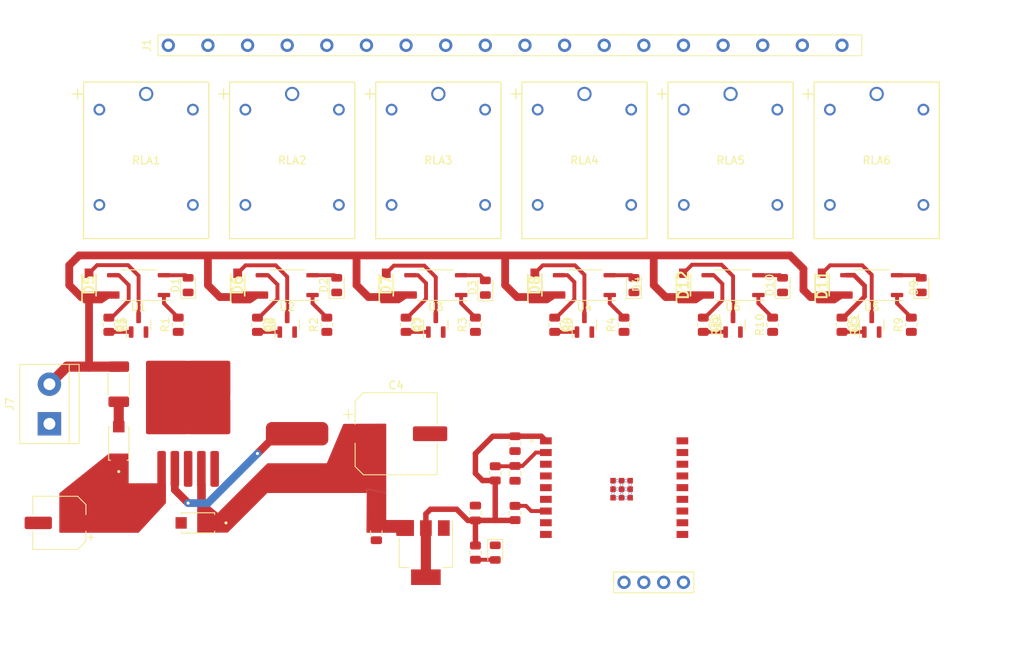
<source format=kicad_pcb>
(kicad_pcb (version 20221018) (generator pcbnew)
  (layers (0 "F.Cu" signal) (31 "B.Cu" signal) (34 "B.Paste" user) (35 "F.Paste" user) (36 "B.SilkS" user "B.Silkscreen") (37 "F.SilkS" user "F.Silkscreen") (38 "B.Mask" user) (39 "F.Mask" user) (44 "Edge.Cuts" user))
  (net 0 "")
  (net 1 "+5V")
  (net 2 "GND")
  (net 3 "Net-(D13-K)")
  (net 4 "+3V3")
  (net 5 "EN")
  (net 6 "Net-(D1-A)")
  (net 7 "Net-(D2-A)")
  (net 8 "Net-(D3-A)")
  (net 9 "Net-(D4-A)")
  (net 10 "+24V")
  (net 11 "Net-(D5-A)")
  (net 12 "Net-(D6-A)")
  (net 13 "Net-(D7-A)")
  (net 14 "Net-(D8-A)")
  (net 15 "Net-(D9-A)")
  (net 16 "Net-(D10-A)")
  (net 17 "Net-(D11-A)")
  (net 18 "Net-(D12-A)")
  (net 19 "Net-(D13-A)")
  (net 20 "Net-(D14-A)")
  (net 21 "TX")
  (net 22 "RX")
  (net 23 "IO9")
  (net 24 "Net-(U8-OUT)")
  (net 25 "Net-(Q1-B)")
  (net 26 "Net-(Q2-B)")
  (net 27 "Net-(Q3-B)")
  (net 28 "Net-(Q4-B)")
  (net 29 "Net-(Q5-B)")
  (net 30 "Net-(Q6-B)")
  (net 31 "RLY01")
  (net 32 "Net-(R1-Pad2)")
  (net 33 "RLY02")
  (net 34 "Net-(R2-Pad2)")
  (net 35 "RLY03")
  (net 36 "Net-(R3-Pad2)")
  (net 37 "RLY04")
  (net 38 "Net-(R4-Pad2)")
  (net 39 "Net-(R5-Pad1)")
  (net 40 "Net-(R6-Pad1)")
  (net 41 "Net-(R7-Pad1)")
  (net 42 "Net-(R8-Pad1)")
  (net 43 "Net-(R9-Pad2)")
  (net 44 "Net-(R10-Pad2)")
  (net 45 "Net-(R11-Pad1)")
  (net 46 "Net-(R12-Pad1)")
  (net 47 "IO8")
  (net 48 "RLY06")
  (net 49 "RLY05")
  (net 57 "NO1")
  (net 58 "COM1")
  (net 59 "NC1")
  (net 60 "NO2")
  (net 61 "COM2")
  (net 62 "NC2")
  (net 63 "NO3")
  (net 64 "COM3")
  (net 65 "NC3")
  (net 66 "NO4")
  (net 67 "COM4")
  (net 68 "NC4")
  (net 69 "NO5")
  (net 70 "COM5")
  (net 71 "NC5")
  (net 72 "NO6")
  (net 73 "COM6")
  (net 74 "NC6")
  (footprint "1n5819W:SODFL3618X110N" (layer "F.Cu") (at 184.15 114.3 90)
    (fp_text reference "D11")
    (fp_text value "1N5819W" hide)
  )
  (footprint "LED_SMD:LED_0805_2012Metric" (layer "F.Cu") (at 196.85 114.3 90)
    (fp_text reference "D9")
    (fp_text value "LED")
  )
  (footprint "LED_SMD:LED_0805_2012Metric" (layer "F.Cu") (at 142.24 148.59 -90)
    (fp_text reference "D14" hide)
    (fp_text value "LED")
  )
  (footprint "Capacitor_SMD:CP_Elec_6.3x7.7" (layer "F.Cu") (at 86.36 144.78 180)
    (fp_text reference "C2" hide)
    (fp_text value "C_Polarized_Small" hide)
  )
  (footprint "Resistor_SMD:R_0805_2012Metric" (layer "F.Cu") (at 139.7 119.38 90)
    (fp_text reference "R3")
    (fp_text value "220r")
  )
  (footprint "Resistor_SMD:R_0805_2012Metric" (layer "F.Cu") (at 177.8 119.38 90)
    (fp_text reference "R10")
    (fp_text value "220r")
  )
  (footprint "Package_TO_SOT_SMD:TO-263-5_TabPin3" (layer "F.Cu") (at 102.87 130.205 90)
    (fp_text reference "U8" hide)
    (fp_text value "LM2576HVS-5")
  )
  (footprint "Package_TO_SOT_SMD:SOT-23" (layer "F.Cu") (at 115.57 119.38 90)
    (fp_text reference "Q2")
    (fp_text value "BC817")
  )
  (footprint "Resistor_SMD:R_0805_2012Metric" (layer "F.Cu") (at 139.7 148.59 -90)
    (fp_text reference "R13" hide)
    (fp_text value "R")
  )
  (footprint "Connector_PinSocket_2.54mm:PinSocket_1x18_P2.54mm_Vertical" (layer "F.Cu") (at 100.33 83.55445 90)
    (fp_text reference "J1")
    (fp_text value "Screw_Terminal_01x18" hide)
  )
  (footprint "G5LA_OMRON:RELAY_G5LA_OMR" (layer "F.Cu") (at 134.948 89.79535)
    (fp_text reference "RLA3")
    (fp_text value "G5LA-1 DC12" hide)
  )
  (footprint "Resistor_SMD:R_0805_2012Metric" (layer "F.Cu") (at 144.78 143.51 90)
    (fp_text reference "R14" hide)
    (fp_text value "10k")
  )
  (footprint "1n5819W:SODFL3618X110N" (layer "F.Cu") (at 90.17 114.3 90)
    (fp_text reference "D5")
    (fp_text value "1N5819W" hide)
  )
  (footprint "LED_SMD:LED_0805_2012Metric" (layer "F.Cu") (at 121.92 114.3 90)
    (fp_text reference "D2")
    (fp_text value "LED")
  )
  (footprint "Resistor_SMD:R_0805_2012Metric" (layer "F.Cu") (at 120.65 119.38 90)
    (fp_text reference "R2")
    (fp_text value "220r")
  )
  (footprint "Package_SO:SOIC-4_4.55x3.7mm_P2.54mm" (layer "F.Cu") (at 190.5 114.3 180)
    (fp_text reference "U5")
    (fp_text value "TLP185")
  )
  (footprint "Package_TO_SOT_SMD:SOT-23" (layer "F.Cu") (at 134.62 119.38 90)
    (fp_text reference "Q3")
    (fp_text value "BC817")
  )
  (footprint "Fuse:Fuse_2010_5025Metric" (layer "F.Cu") (at 93.98 127 -90)
    (fp_text reference "F1" hide)
    (fp_text value "Fuse")
  )
  (footprint "G5LA_OMRON:RELAY_G5LA_OMR" (layer "F.Cu") (at 153.6772 89.79535)
    (fp_text reference "RLA4")
    (fp_text value "G5LA-1 DC12" hide)
  )
  (footprint "Package_SO:SOIC-4_4.55x3.7mm_P2.54mm" (layer "F.Cu") (at 134.62 114.3 180)
    (fp_text reference "U3")
    (fp_text value "TLP185")
  )
  (footprint "Resistor_SMD:R_0805_2012Metric" (layer "F.Cu") (at 92.71 119.38 -90)
    (fp_text reference "R5")
    (fp_text value "1k")
  )
  (footprint "Package_SO:SOIC-4_4.55x3.7mm_P2.54mm" (layer "F.Cu") (at 96.52 114.3 180)
    (fp_text reference "U1")
    (fp_text value "TLP185")
  )
  (footprint "Resistor_SMD:R_0805_2012Metric" (layer "F.Cu") (at 168.91 119.38 -90)
    (fp_text reference "R12")
    (fp_text value "1k")
  )
  (footprint "Resistor_SMD:R_0805_2012Metric" (layer "F.Cu") (at 142.24 138.43 90)
    (fp_text reference "R17" hide)
    (fp_text value "10K")
  )
  (footprint "Capacitor_SMD:C_0805_2012Metric" (layer "F.Cu") (at 144.78 134.62 -90)
    (fp_text reference "C6" hide)
    (fp_text value "C")
  )
  (footprint "LED_SMD:LED_0805_2012Metric" (layer "F.Cu") (at 140.97 114.6325 90)
    (fp_text reference "D3")
    (fp_text value "LED")
  )
  (footprint "Capacitor_SMD:C_0805_2012Metric" (layer "F.Cu") (at 144.78 138.43 -90)
    (fp_text reference "C5" hide)
    (fp_text value "1uF")
  )
  (footprint "LED_SMD:LED_0805_2012Metric" (layer "F.Cu") (at 102.87 114.3 90)
    (fp_text reference "D1")
    (fp_text value "LED")
  )
  (footprint "G5LA_OMRON:RELAY_G5LA_OMR" (layer "F.Cu") (at 97.4896 89.79535)
    (fp_text reference "RLA1")
    (fp_text value "G5LA-1 DC12" hide)
  )
  (footprint "Connector_PinSocket_2.54mm:PinSocket_1x04_P2.54mm_Vertical" (layer "F.Cu") (at 158.75 152.4 90)
    (fp_text reference "J8" hide)
    (fp_text value "Conn_01x04_Male" hide)
  )
  (footprint "Resistor_SMD:R_0805_2012Metric" (layer "F.Cu") (at 149.86 119.38 -90)
    (fp_text reference "R8")
    (fp_text value "1k")
  )
  (footprint "Package_TO_SOT_SMD:SOT-23" (layer "F.Cu") (at 190.5 119.38 90)
    (fp_text reference "Q5")
    (fp_text value "BC817")
  )
  (footprint "1n5819W:SODFL3618X110N" (layer "F.Cu") (at 109.22 114.3 90)
    (fp_text reference "D6")
    (fp_text value "1N5819W" hide)
  )
  (footprint "Resistor_SMD:R_0805_2012Metric" (layer "F.Cu") (at 111.76 119.38 -90)
    (fp_text reference "R6")
    (fp_text value "1k")
  )
  (footprint "Capacitor_SMD:C_0805_2012Metric" (layer "F.Cu") (at 139.7 143.51 90)
    (fp_text reference "C3" hide)
    (fp_text value "C")
  )
  (footprint "Package_SO:SOIC-4_4.55x3.7mm_P2.54mm" (layer "F.Cu") (at 153.67 114.3 180)
    (fp_text reference "U4")
    (fp_text value "TLP185")
  )
  (footprint "1n5819W:SODFL3618X110N" (layer "F.Cu") (at 166.37 114.3 90)
    (fp_text reference "D12")
    (fp_text value "1N5819W" hide)
  )
  (footprint "1n5819W:SODFL3618X110N" (layer "F.Cu") (at 128.27 114.3 90)
    (fp_text reference "D7")
    (fp_text value "1N5819W" hide)
  )
  (footprint "Package_TO_SOT_SMD:SOT-23" (layer "F.Cu") (at 172.72 119.38 90)
    (fp_text reference "Q6")
    (fp_text value "BC817")
  )
  (footprint "ESP32_C3:MODULE_ESP32-C3-WROOM-02-H4" (layer "F.Cu") (at 157.48 137.16)
    (fp_text reference "U9" hide)
    (fp_text value "ESP32-C3-WROOM-02-N4")
  )
  (footprint "SS310:SODFL5226X100N" (layer "F.Cu") (at 104.14 144.78 180)
    (fp_text reference "D15" hide)
    (fp_text value "1N5819WS" hide)
  )
  (footprint "Package_TO_SOT_SMD:SOT-23" (layer "F.Cu") (at 153.67 119.38 90)
    (fp_text reference "Q4")
    (fp_text value "BC817")
  )
  (footprint "Resistor_SMD:R_0805_2012Metric" (layer "F.Cu") (at 195.58 119.38 90)
    (fp_text reference "R9")
    (fp_text value "220r")
  )
  (footprint "L:100uH" (layer "F.Cu") (at 116.84 135.89 -90)
    (fp_text reference "L1" hide)
    (fp_text value "L")
  )
  (footprint "SS310:SODFL5226X100N" (layer "F.Cu") (at 93.98 134.62 90)
    (fp_text reference "D13" hide)
    (fp_text value "1N5819WS" hide)
  )
  (footprint "1n5819W:SODFL3618X110N" (layer "F.Cu") (at 147.32 114.3 90)
    (fp_text reference "D8")
    (fp_text value "1N5819W" hide)
  )
  (footprint "Package_TO_SOT_SMD:SOT-23" (layer "F.Cu") (at 96.52 119.38 90)
    (fp_text reference "Q1")
    (fp_text value "BC817")
  )
  (footprint "Resistor_SMD:R_0805_2012Metric" (layer "F.Cu") (at 130.81 119.38 -90)
    (fp_text reference "R7")
    (fp_text value "1k")
  )
  (footprint "Package_SO:SOIC-4_4.55x3.7mm_P2.54mm" (layer "F.Cu") (at 115.57 114.3 180)
    (fp_text reference "U2")
    (fp_text value "TLP185")
  )
  (footprint "Capacitor_SMD:C_0805_2012Metric" (layer "F.Cu") (at 127 146.05 -90)
    (fp_text reference "C1" hide)
    (fp_text value "C")
  )
  (footprint "TerminalBlock:TerminalBlock_bornier-2_P5.08mm" (layer "F.Cu") (at 85.09 132.08 90)
    (fp_text reference "J7")
    (fp_text value "Screw_Terminal_01x02" hide)
  )
  (footprint "LED_SMD:LED_0805_2012Metric" (layer "F.Cu") (at 179.07 114.3 90)
    (fp_text reference "D10")
    (fp_text value "LED")
  )
  (footprint "LED_SMD:LED_0805_2012Metric" (layer "F.Cu") (at 160.02 114.3 90)
    (fp_text reference "D4")
    (fp_text value "LED")
  )
  (footprint "G5LA_OMRON:RELAY_G5LA_OMR" (layer "F.Cu") (at 116.205 89.79535)
    (fp_text reference "RLA2")
    (fp_text value "G5LA-1 DC12" hide)
  )
  (footprint "Resistor_SMD:R_0805_2012Metric" (layer "F.Cu") (at 158.75 119.38 90)
    (fp_text reference "R4")
    (fp_text value "220r")
  )
  (footprint "Package_SO:SOIC-4_4.55x3.7mm_P2.54mm" (layer "F.Cu") (at 172.72 114.3 180)
    (fp_text reference "U6")
    (fp_text value "TLP185")
  )
  (footprint "G5LA_OMRON:RELAY_G5LA_OMR" (layer "F.Cu") (at 191.1356 89.79535)
    (fp_text reference "RLA6")
    (fp_text value "G5LA-1 DC12" hide)
  )
  (footprint "Package_TO_SOT_SMD:SOT-223-3_TabPin2" (layer "F.Cu") (at 133.35 148.59 -90)
    (fp_text reference "U7" hide)
    (fp_text value "AMS1117-3.3")
  )
  (footprint "G5LA_OMRON:RELAY_G5LA_OMR" (layer "F.Cu") (at 172.4064 89.79535)
    (fp_text reference "RLA5")
    (fp_text value "G5LA-1 DC12" hide)
  )
  (footprint "Capacitor_SMD:CP_Elec_10x12.6" (layer "F.Cu") (at 129.54 133.35)
    (fp_text reference "C4")
    (fp_text value "C_Polarized_Small")
  )
  (footprint "Resistor_SMD:R_0805_2012Metric" (layer "F.Cu") (at 101.6 119.38 90)
    (fp_text reference "R1")
    (fp_text value "220r")
  )
  (footprint "Resistor_SMD:R_0805_2012Metric" (layer "F.Cu") (at 186.69 119.38 -90)
    (fp_text reference "R11")
    (fp_text value "1k")
  )
  (segment (start 104.57 137.855) (end 104.57 143.045) (width 1) (layer "F.Cu") (net 1))
  (segment (start 112.07 139.39) (end 116.84 139.39) (width 1) (layer "F.Cu") (net 1))
  (segment (start 106.305 144.78) (end 106.68 144.78) (width 1) (layer "F.Cu") (net 1))
  (segment (start 104.57 143.045) (end 106.305 144.78) (width 1) (layer "F.Cu") (net 1))
  (segment (start 106.68 144.78) (end 112.07 139.39) (width 1) (layer "F.Cu") (net 1))
  (segment (start 93.98 137.16) (end 89.044331 142.095669) (width 1.3) (layer "F.Cu") (net 3))
  (segment (start 89.06 144.78) (end 96.52 144.78) (width 1.3) (layer "F.Cu") (net 3))
  (segment (start 99.47 137.855) (end 99.47 141.83) (width 1) (layer "F.Cu") (net 3))
  (segment (start 93.98 136.785) (end 93.98 137.16) (width 1.3) (layer "F.Cu") (net 3))
  (segment (start 96.52 144.78) (end 99.06 142.24) (width 1.3) (layer "F.Cu") (net 3))
  (segment (start 99.47 141.83) (end 99.06 142.24) (width 1) (layer "F.Cu") (net 3))
  (segment (start 89.044331 144.764331) (end 89.06 144.78) (width 1.3) (layer "F.Cu") (net 3))
  (segment (start 89.044331 142.095669) (end 89.044331 144.764331) (width 1.3) (layer "F.Cu") (net 3))
  (segment (start 133.35 151.74) (end 133.35 145.44) (width 1.3) (layer "F.Cu") (net 4))
  (segment (start 140.614544 139.344544) (end 139.7 138.43) (width 0.7) (layer "F.Cu") (net 4))
  (segment (start 138.726115 144.46) (end 137.294775 143.02866) (width 0.7) (layer "F.Cu") (net 4))
  (segment (start 144.78 133.67) (end 148.14 133.67) (width 0.7) (layer "F.Cu") (net 4))
  (segment (start 142.24 144.46) (end 142.24 139.3425) (width 0.7) (layer "F.Cu") (net 4))
  (segment (start 142.237956 139.344544) (end 140.614544 139.344544) (width 0.7) (layer "F.Cu") (net 4))
  (segment (start 133.944652 143.02866) (end 133.35 143.623312) (width 0.7) (layer "F.Cu") (net 4))
  (segment (start 139.7 138.43) (end 139.7 135.89) (width 0.7) (layer "F.Cu") (net 4))
  (segment (start 144.7425 144.46) (end 144.78 144.4225) (width 0.7) (layer "F.Cu") (net 4))
  (segment (start 139.7 144.46) (end 139.7 144.4225) (width 0.7) (layer "F.Cu") (net 4))
  (segment (start 139.7 144.46) (end 144.7425 144.46) (width 0.7) (layer "F.Cu") (net 4))
  (segment (start 141.92 133.67) (end 144.78 133.67) (width 0.7) (layer "F.Cu") (net 4))
  (segment (start 139.7 144.46) (end 138.726115 144.46) (width 0.7) (layer "F.Cu") (net 4))
  (segment (start 139.7 144.46) (end 139.7 147.6775) (width 0.7) (layer "F.Cu") (net 4))
  (segment (start 148.14 133.67) (end 148.73 134.26) (width 0.7) (layer "F.Cu") (net 4))
  (segment (start 137.294775 143.02866) (end 133.944652 143.02866) (width 0.7) (layer "F.Cu") (net 4))
  (segment (start 139.7 135.89) (end 141.92 133.67) (width 0.7) (layer "F.Cu") (net 4))
  (segment (start 142.24 139.3425) (end 142.237956 139.344544) (width 0.7) (layer "F.Cu") (net 4))
  (segment (start 133.35 143.623312) (end 133.35 145.44) (width 0.7) (layer "F.Cu") (net 4))
  (segment (start 147.45 135.76) (end 145.73 137.48) (width 0.5) (layer "F.Cu") (net 5))
  (segment (start 142.24 137.5175) (end 144.7425 137.5175) (width 0.5) (layer "F.Cu") (net 5))
  (segment (start 145.73 137.48) (end 144.78 137.48) (width 0.5) (layer "F.Cu") (net 5))
  (segment (start 144.7425 137.5175) (end 144.78 137.48) (width 0.5) (layer "F.Cu") (net 5))
  (segment (start 148.73 135.76) (end 147.45 135.76) (width 0.5) (layer "F.Cu") (net 5))
  (segment (start 102.5375 113.03) (end 102.87 113.3625) (width 0.5) (layer "F.Cu") (net 6))
  (segment (start 99.77 113.03) (end 102.5375 113.03) (width 0.5) (layer "F.Cu") (net 6))
  (segment (start 118.82 113.03) (end 121.5875 113.03) (width 0.5) (layer "F.Cu") (net 7))
  (segment (start 121.5875 113.03) (end 121.92 113.3625) (width 0.5) (layer "F.Cu") (net 7))
  (segment (start 137.87 113.03) (end 140.305 113.03) (width 0.5) (layer "F.Cu") (net 8))
  (segment (start 140.305 113.03) (end 140.97 113.695) (width 0.5) (layer "F.Cu") (net 8))
  (segment (start 159.6875 113.03) (end 160.02 113.3625) (width 0.5) (layer "F.Cu") (net 9))
  (segment (start 156.92 113.03) (end 159.6875 113.03) (width 0.5) (layer "F.Cu") (net 9))
  (segment (start 164.085 115.825) (end 166.37 115.825) (width 1) (layer "F.Cu") (net 10))
  (segment (start 162.56 114.3) (end 164.085 115.825) (width 1) (layer "F.Cu") (net 10))
  (segment (start 182.661815 115.825) (end 184.15 115.825) (width 1) (layer "F.Cu") (net 10))
  (segment (start 145.035 115.825) (end 147.32 115.825) (width 1) (layer "F.Cu") (net 10))
  (segment (start 181.753665 114.91685) (end 182.661815 115.825) (width 1) (layer "F.Cu") (net 10))
  (segment (start 90.17 115.825) (end 90.17 124.746665) (width 1) (layer "F.Cu") (net 10))
  (segment (start 143.51 110.49) (end 162.56 110.49) (width 1) (layer "F.Cu") (net 10))
  (segment (start 143.51 114.3) (end 145.035 115.825) (width 1) (layer "F.Cu") (net 10))
  (segment (start 124.46 114.3) (end 125.985 115.825) (width 1) (layer "F.Cu") (net 10))
  (segment (start 181.753665 112.221349) (end 181.753665 114.91685) (width 1) (layer "F.Cu") (net 10))
  (segment (start 162.56 110.49) (end 180.022316 110.49) (width 1) (layer "F.Cu") (net 10))
  (segment (start 105.41 110.49) (end 124.46 110.49) (width 1) (layer "F.Cu") (net 10))
  (segment (start 106.935 115.825) (end 109.22 115.825) (width 1) (layer "F.Cu") (net 10))
  (segment (start 125.985 115.825) (end 128.27 115.825) (width 1) (layer "F.Cu") (net 10))
  (segment (start 143.51 110.49) (end 143.51 114.3) (width 1) (layer "F.Cu") (net 10))
  (segment (start 87.343335 124.746665) (end 90.17 124.746665) (width 1.3) (layer "F.Cu") (net 10))
  (segment (start 88.9 110.49) (end 105.41 110.49) (width 1) (layer "F.Cu") (net 10))
  (segment (start 125.73 110.49) (end 143.51 110.49) (width 1) (layer "F.Cu") (net 10))
  (segment (start 90.17 115.825) (end 89.155 115.825) (width 1) (layer "F.Cu") (net 10))
  (segment (start 180.022316 110.49) (end 181.753665 112.221349) (width 1) (layer "F.Cu") (net 10))
  (segment (start 87.63 111.76) (end 88.9 110.49) (width 1) (layer "F.Cu") (net 10))
  (segment (start 93.976665 124.746665) (end 93.98 124.75) (width 1) (layer "F.Cu") (net 10))
  (segment (start 87.63 114.3) (end 87.63 111.76) (width 1) (layer "F.Cu") (net 10))
  (segment (start 162.56 110.49) (end 162.56 114.3) (width 1) (layer "F.Cu") (net 10))
  (segment (start 124.46 110.49) (end 125.73 110.49) (width 1) (layer "F.Cu") (net 10))
  (segment (start 85.09 127) (end 87.343335 124.746665) (width 1.3) (layer "F.Cu") (net 10))
  (segment (start 105.41 114.3) (end 106.935 115.825) (width 1) (layer "F.Cu") (net 10))
  (segment (start 105.41 110.49) (end 105.41 114.3) (width 1) (layer "F.Cu") (net 10))
  (segment (start 124.46 110.49) (end 124.46 114.3) (width 1) (layer "F.Cu") (net 10))
  (segment (start 89.155 115.825) (end 87.63 114.3) (width 1) (layer "F.Cu") (net 10))
  (segment (start 90.17 124.746665) (end 93.976665 124.746665) (width 1.3) (layer "F.Cu") (net 10))
  (segment (start 96.52 118.4425) (end 96.52 113.091948) (width 0.5) (layer "F.Cu") (net 11))
  (segment (start 91.204254 111.740746) (end 90.17 112.775) (width 0.5) (layer "F.Cu") (net 11))
  (segment (start 95.168798 111.740746) (end 91.204254 111.740746) (width 0.5) (layer "F.Cu") (net 11))
  (segment (start 96.52 113.091948) (end 95.168798 111.740746) (width 0.5) (layer "F.Cu") (net 11))
  (segment (start 114.098574 111.76) (end 110.235 111.76) (width 0.5) (layer "F.Cu") (net 12))
  (segment (start 110.235 111.76) (end 109.22 112.775) (width 0.5) (layer "F.Cu") (net 12))
  (segment (start 115.57 118.4425) (end 115.57 113.231426) (width 0.5) (layer "F.Cu") (net 12))
  (segment (start 115.57 113.231426) (end 114.098574 111.76) (width 0.5) (layer "F.Cu") (net 12))
  (segment (start 129.243888 111.801112) (end 128.27 112.775) (width 0.5) (layer "F.Cu") (net 13))
  (segment (start 134.62 118.4425) (end 134.620824 118.441676) (width 0.5) (layer "F.Cu") (net 13))
  (segment (start 133.149398 111.801112) (end 129.243888 111.801112) (width 0.5) (layer "F.Cu") (net 13))
  (segment (start 134.620824 118.441676) (end 134.620824 113.272538) (width 0.5) (layer "F.Cu") (net 13))
  (segment (start 134.620824 113.272538) (end 133.149398 111.801112) (width 0.5) (layer "F.Cu") (net 13))
  (segment (start 153.67 112.976426) (end 152.453574 111.76) (width 0.5) (layer "F.Cu") (net 14))
  (segment (start 153.67 118.4425) (end 153.67 112.976426) (width 0.5) (layer "F.Cu") (net 14))
  (segment (start 148.335 111.76) (end 147.32 112.775) (width 0.5) (layer "F.Cu") (net 14))
  (segment (start 152.453574 111.76) (end 148.335 111.76) (width 0.5) (layer "F.Cu") (net 14))
  (segment (start 193.75 113.03) (end 196.5175 113.03) (width 0.5) (layer "F.Cu") (net 15))
  (segment (start 196.5175 113.03) (end 196.85 113.3625) (width 0.5) (layer "F.Cu") (net 15))
  (segment (start 175.97 113.03) (end 178.7375 113.03) (width 0.5) (layer "F.Cu") (net 16))
  (segment (start 178.7375 113.03) (end 179.07 113.3625) (width 0.5) (layer "F.Cu") (net 16))
  (segment (start 190.5 118.4425) (end 190.5 112.976426) (width 0.5) (layer "F.Cu") (net 17))
  (segment (start 189.283574 111.76) (end 185.165 111.76) (width 0.5) (layer "F.Cu") (net 17))
  (segment (start 190.5 112.976426) (end 189.283574 111.76) (width 0.5) (layer "F.Cu") (net 17))
  (segment (start 185.165 111.76) (end 184.15 112.775) (width 0.5) (layer "F.Cu") (net 17))
  (segment (start 171.255882 111.687062) (end 167.457938 111.687062) (width 0.5) (layer "F.Cu") (net 18))
  (segment (start 172.727308 113.158488) (end 171.255882 111.687062) (width 0.5) (layer "F.Cu") (net 18))
  (segment (start 172.72 118.4425) (end 172.727308 118.435192) (width 0.5) (layer "F.Cu") (net 18))
  (segment (start 167.457938 111.687062) (end 166.37 112.775) (width 0.5) (layer "F.Cu") (net 18))
  (segment (start 172.727308 118.435192) (end 172.727308 113.158488) (width 0.5) (layer "F.Cu") (net 18))
  (segment (start 93.98 129.25) (end 93.98 132.455) (width 1.3) (layer "F.Cu") (net 19))
  (segment (start 139.7 149.5025) (end 142.215 149.5025) (width 0.5) (layer "F.Cu") (net 20))
  (segment (start 142.215 149.5025) (end 142.24 149.5275) (width 0.5) (layer "F.Cu") (net 20))
  (segment (start 114.3 133.35) (end 111.76 135.89) (width 1) (layer "F.Cu") (net 24))
  (segment (start 116.84 133.35) (end 114.3 133.35) (width 1) (layer "F.Cu") (net 24))
  (segment (start 101.17 140.54) (end 101.17 137.855) (width 1) (layer "F.Cu") (net 24))
  (segment (start 102.87 142.24) (end 101.17 140.54) (width 1) (layer "F.Cu") (net 24))
  (via (at 102.87 142.24) (size 0.8) (drill 0.4) (layers "F.Cu" "B.Cu") (net 24))
  (via (at 111.76 135.89) (size 0.8) (drill 0.4) (layers "F.Cu" "B.Cu") (net 24))
  (segment (start 105.41 142.24) (end 102.87 142.24) (width 1) (layer "B.Cu") (net 24))
  (segment (start 111.76 135.89) (end 105.41 142.24) (width 1) (layer "B.Cu") (net 24))
  (segment (start 92.71 120.2925) (end 95.545 120.2925) (width 0.5) (layer "F.Cu") (net 25))
  (segment (start 95.545 120.2925) (end 95.57 120.3175) (width 0.5) (layer "F.Cu") (net 25))
  (segment (start 114.595 120.2925) (end 114.62 120.3175) (width 0.5) (layer "F.Cu") (net 26))
  (segment (start 111.76 120.2925) (end 114.595 120.2925) (width 0.5) (layer "F.Cu") (net 26))
  (segment (start 130.81 120.2925) (end 133.645 120.2925) (width 0.5) (layer "F.Cu") (net 27))
  (segment (start 133.645 120.2925) (end 133.67 120.3175) (width 0.5) (layer "F.Cu") (net 27))
  (segment (start 149.86 120.2925) (end 152.695 120.2925) (width 0.5) (layer "F.Cu") (net 28))
  (segment (start 152.695 120.2925) (end 152.72 120.3175) (width 0.5) (layer "F.Cu") (net 28))
  (segment (start 186.69 120.2925) (end 189.525 120.2925) (width 0.5) (layer "F.Cu") (net 29))
  (segment (start 189.525 120.2925) (end 189.55 120.3175) (width 0.5) (layer "F.Cu") (net 29))
  (segment (start 168.91 120.2925) (end 171.745 120.2925) (width 0.5) (layer "F.Cu") (net 30))
  (segment (start 171.745 120.2925) (end 171.77 120.3175) (width 0.5) (layer "F.Cu") (net 30))
  (segment (start 99.77 116.6375) (end 101.6 118.4675) (width 0.5) (layer "F.Cu") (net 32))
  (segment (start 99.77 115.57) (end 99.77 116.6375) (width 0.5) (layer "F.Cu") (net 32))
  (segment (start 118.82 116.6375) (end 120.65 118.4675) (width 0.5) (layer "F.Cu") (net 34))
  (segment (start 118.82 115.57) (end 118.82 116.6375) (width 0.5) (layer "F.Cu") (net 34))
  (segment (start 137.87 115.57) (end 137.87 116.6375) (width 0.5) (layer "F.Cu") (net 36))
  (segment (start 137.87 116.6375) (end 139.7 118.4675) (width 0.5) (layer "F.Cu") (net 36))
  (segment (start 156.92 115.57) (end 156.92 116.6375) (width 0.5) (layer "F.Cu") (net 38))
  (segment (start 156.92 116.6375) (end 158.75 118.4675) (width 0.5) (layer "F.Cu") (net 38))
  (segment (start 92.71 118.4675) (end 93.074508 118.4675) (width 0.5) (layer "F.Cu") (net 39))
  (segment (start 93.995176 113.03) (end 93.27 113.03) (width 0.5) (layer "F.Cu") (net 39))
  (segment (start 95.25 114.284824) (end 93.995176 113.03) (width 0.5) (layer "F.Cu") (net 39))
  (segment (start 93.074508 118.4675) (end 95.25 116.292008) (width 0.5) (layer "F.Cu") (net 39))
  (segment (start 95.25 116.292008) (end 95.25 114.284824) (width 0.5) (layer "F.Cu") (net 39))
  (segment (start 114.319253 116.098737) (end 114.319253 114.221513) (width 0.5) (layer "F.Cu") (net 40))
  (segment (start 114.319253 114.221513) (end 113.12774 113.03) (width 0.5) (layer "F.Cu") (net 40))
  (segment (start 113.12774 113.03) (end 112.32 113.03) (width 0.5) (layer "F.Cu") (net 40))
  (segment (start 111.95049 118.4675) (end 114.319253 116.098737) (width 0.5) (layer "F.Cu") (net 40))
  (segment (start 111.76 118.4675) (end 111.95049 118.4675) (width 0.5) (layer "F.Cu") (net 40))
  (segment (start 130.81 118.4675) (end 130.959378 118.4675) (width 0.5) (layer "F.Cu") (net 41))
  (segment (start 130.959378 118.4675) (end 133.366648 116.06023) (width 0.5) (layer "F.Cu") (net 41))
  (segment (start 133.366648 116.06023) (end 133.366648 114.053516) (width 0.5) (layer "F.Cu") (net 41))
  (segment (start 132.343132 113.03) (end 131.37 113.03) (width 0.5) (layer "F.Cu") (net 41))
  (segment (start 133.366648 114.053516) (end 132.343132 113.03) (width 0.5) (layer "F.Cu") (net 41))
  (segment (start 152.380746 113.904565) (end 151.506181 113.03) (width 0.5) (layer "F.Cu") (net 42))
  (segment (start 149.86 118.4675) (end 150.051226 118.4675) (width 0.5) (layer "F.Cu") (net 42))
  (segment (start 152.380746 116.13798) (end 152.380746 113.904565) (width 0.5) (layer "F.Cu") (net 42))
  (segment (start 150.051226 118.4675) (end 152.380746 116.13798) (width 0.5) (layer "F.Cu") (net 42))
  (segment (start 151.506181 113.03) (end 150.42 113.03) (width 0.5) (layer "F.Cu") (net 42))
  (segment (start 193.75 116.6375) (end 195.58 118.4675) (width 0.5) (layer "F.Cu") (net 43))
  (segment (start 193.75 115.57) (end 193.75 116.6375) (width 0.5) (layer "F.Cu") (net 43))
  (segment (start 175.97 116.6375) (end 177.8 118.4675) (width 0.5) (layer "F.Cu") (net 44))
  (segment (start 175.97 115.57) (end 175.97 116.6375) (width 0.5) (layer "F.Cu") (net 44))
  (segment (start 186.88771 118.4675) (end 189.585454 115.769756) (width 0.6) (layer "F.Cu") (net 45))
  (segment (start 189.585454 115.769756) (end 189.585454 114.375454) (width 0.6) (layer "F.Cu") (net 45))
  (segment (start 189.585454 114.375454) (end 188.24 113.03) (width 0.6) (layer "F.Cu") (net 45))
  (segment (start 188.24 113.03) (end 187.25 113.03) (width 0.6) (layer "F.Cu") (net 45))
  (segment (start 186.69 118.4675) (end 186.88771 118.4675) (width 0.6) (layer "F.Cu") (net 45))
  (segment (start 171.351127 114.131134) (end 170.249993 113.03) (width 0.5) (layer "F.Cu") (net 46))
  (segment (start 171.351127 116.232776) (end 171.351127 114.131134) (width 0.5) (layer "F.Cu") (net 46))
  (segment (start 169.116403 118.4675) (end 171.351127 116.232776) (width 0.5) (layer "F.Cu") (net 46))
  (segment (start 170.249993 113.03) (end 169.47 113.03) (width 0.5) (layer "F.Cu") (net 46))
  (segment (start 168.91 118.4675) (end 169.116403 118.4675) (width 0.5) (layer "F.Cu") (net 46))
  (segment (start 144.78 142.5975) (end 146.186084 142.5975) (width 0.5) (layer "F.Cu") (net 47))
  (segment (start 146.186084 142.5975) (end 146.848584 143.26) (width 0.5) (layer "F.Cu") (net 47))
  (segment (start 146.848584 143.26) (end 148.73 143.26) (width 0.5) (layer "F.Cu") (net 47))
  (zone (net 1) (net_name "+5V") (layer "F.Cu") (priority 2) (connect_pads yes (clearance 0)) (min_thickness 0.25) (fill yes (thermal_gap 0.5) (thermal_bridge_width 0.5))
    (polygon (pts (xy 125.771515 140.416494) (xy 125.73 146.05) (xy 129.54 146.05) (xy 129.546417 146.454325) (xy 131.824757 146.454325) (xy 131.824757 144.407027) (xy 128.27 144.404555) (xy 128.269889 140.946278)))
  )
  (zone (net 10) (net_name "+24V") (layer "F.Cu") (priority 3) (connect_pads yes (clearance 0)) (min_thickness 0.25) (fill yes (thermal_gap 0.5) (thermal_bridge_width 0.5))
    (polygon (pts (xy 89.398384 115.57) (xy 89.394152 116.633938) (xy 91.836481 116.634628) (xy 92.720719 116.044185) (xy 94.079833 116.043495) (xy 94.082685 115.099356) (xy 92.71069 115.096504) (xy 89.398384 115.095078) (xy 89.399484 115.232785)))
  )
  (zone (net 10) (net_name "+24V") (layer "F.Cu") (priority 3) (connect_pads yes (clearance 0)) (min_thickness 0.25) (fill yes (thermal_gap 0.5) (thermal_bridge_width 0.5))
    (polygon (pts (xy 108.445807 115.573402) (xy 108.441575 116.63734) (xy 110.883904 116.63803) (xy 111.768142 116.047587) (xy 113.127256 116.046897) (xy 113.130108 115.102758) (xy 111.758113 115.099906) (xy 108.445807 115.09848) (xy 108.446907 115.236187)))
  )
  (zone (net 10) (net_name "+24V") (layer "F.Cu") (priority 3) (connect_pads yes (clearance 0)) (min_thickness 0.25) (fill yes (thermal_gap 0.5) (thermal_bridge_width 0.5))
    (polygon (pts (xy 183.375555 115.571426) (xy 183.371323 116.635364) (xy 185.813652 116.636054) (xy 186.69789 116.045611) (xy 188.057004 116.044921) (xy 188.059856 115.100782) (xy 186.687861 115.09793) (xy 183.375555 115.096504) (xy 183.376655 115.234211)))
  )
  (zone (net 10) (net_name "+24V") (layer "F.Cu") (priority 3) (connect_pads yes (clearance 0)) (min_thickness 0.25) (fill yes (thermal_gap 0.5) (thermal_bridge_width 0.5))
    (polygon (pts (xy 165.601236 115.57069) (xy 165.597004 116.634628) (xy 168.039333 116.635318) (xy 168.923571 116.044875) (xy 170.282685 116.044185) (xy 170.285537 115.100046) (xy 168.913542 115.097194) (xy 165.601236 115.095768) (xy 165.602336 115.233475)))
  )
  (zone (net 3) (net_name "Net-(D13-K)") (layer "F.Cu") (priority 1) (connect_pads yes (clearance 0)) (min_thickness 0.25) (fill yes (thermal_gap 0.5) (thermal_bridge_width 0.5))
    (polygon (pts (xy 95.25 135.89) (xy 92.71 135.89) (xy 86.36 140.97) (xy 86.36 146.05) (xy 96.52 146.05) (xy 100.02836 142.246418) (xy 100.02836 139.7) (xy 95.25 139.7)))
  )
  (zone (net 10) (net_name "+24V") (layer "F.Cu") (priority 3) (connect_pads yes (clearance 0)) (min_thickness 0.25) (fill yes (thermal_gap 0.5) (thermal_bridge_width 0.5))
    (polygon (pts (xy 146.545722 115.563666) (xy 146.54149 116.627604) (xy 148.983819 116.628294) (xy 149.868057 116.037851) (xy 151.227171 116.037161) (xy 151.230023 115.093022) (xy 149.858028 115.09017) (xy 146.545722 115.088744) (xy 146.546822 115.226451)))
  )
  (zone (net 1) (net_name "+5V") (layer "F.Cu") (connect_pads yes (clearance 0)) (min_thickness 0.25) (fill yes (thermal_gap 0.5) (thermal_bridge_width 0.5))
    (polygon (pts (xy 105.136171 139.7) (xy 105.136171 142.231443) (xy 106.679889 143.486278) (xy 113.029889 137.136278) (xy 120.649889 137.136278) (xy 122.772728 132.081949) (xy 128.269889 132.056278) (xy 128.269889 140.946278) (xy 113.029889 140.946278) (xy 107.949889 146.026278) (xy 104.033258 146.037009) (xy 104.033258 139.7)))
  )
  (zone (net 10) (net_name "+24V") (layer "F.Cu") (priority 3) (connect_pads yes (clearance 0)) (min_thickness 0.25) (fill yes (thermal_gap 0.5) (thermal_bridge_width 0.5))
    (polygon (pts (xy 127.509175 115.562702) (xy 127.504943 116.62664) (xy 129.947272 116.62733) (xy 130.83151 116.036887) (xy 132.190624 116.036197) (xy 132.193476 115.092058) (xy 130.821481 115.089206) (xy 127.509175 115.08778) (xy 127.510275 115.225487)))
  )
)
</source>
